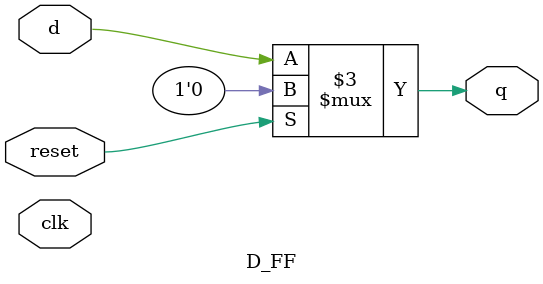
<source format=v>
`timescale 1ns / 1ps
module D_FF(clk, reset, d,q);
		output reg q;
		input wire clk, reset, d;
	 	always @(~clk)
			begin
				if(reset)
					begin
						q = 1'b0;
					end
				else
					begin
						q = d;
					end
			end
endmodule

</source>
